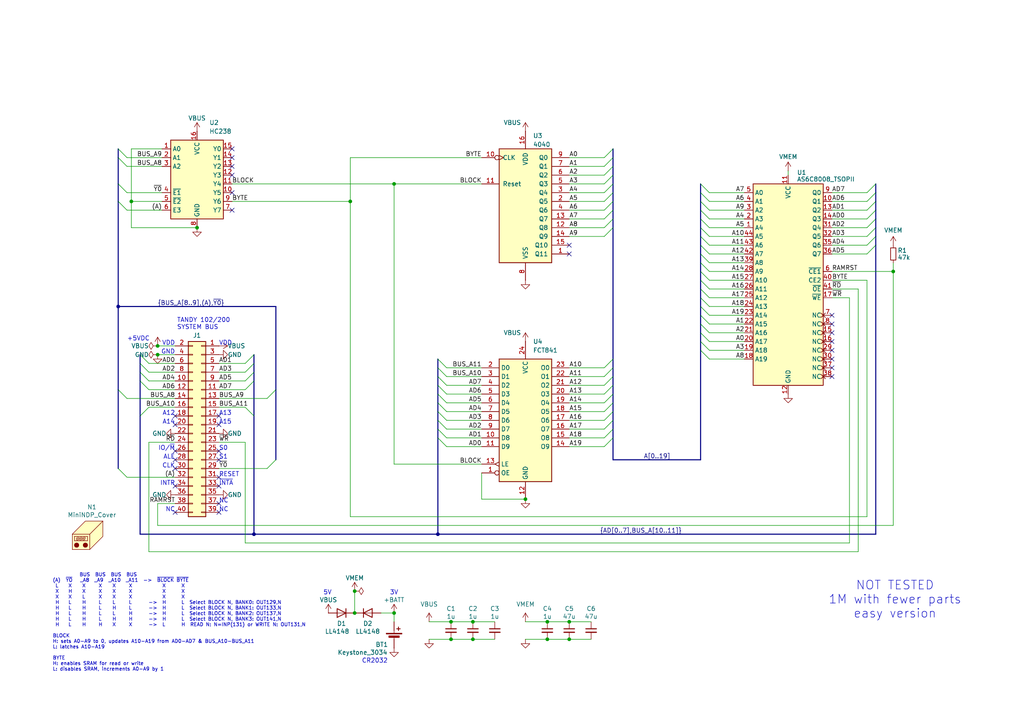
<source format=kicad_sch>
(kicad_sch (version 20231120) (generator "eeschema") (generator_version "8.0")
  (paper "A4")
  (title_block (title "MiniNDP EZ1M") (date "2024-12-13") (rev "01") (company "Brian K. White - b.kenyon.w@gmail.com") (comment 1 "github.com/bkw777/NODE_DATAPAC") (comment 2 "Use with RAM100.CO or RAM200.CO") (comment 3 "Work-alike of NODE Systems DATAPAC / RAMPAC"))
  (lib_symbols
    (symbol "000_LOCAL:4040" (pin_names (offset 1.016))
      (property "Reference" "U" (at -7.62 16.51 0))
      (property "Value" "4040" (at -7.62 -19.05 0))
      (symbol "4040_1_0"
        (pin output line (at 12.7 -15.24 180) (length 5.08) (name "Q11") (number "1"))
        (pin input inverted_clock (at -12.7 12.7 0) (length 5.08) (name "CLK") (number "10"))
        (pin input line (at -12.7 5.08 0) (length 5.08) (name "Reset") (number "11"))
        (pin output line (at 12.7 -7.62 180) (length 5.08) (name "Q8") (number "12"))
        (pin output line (at 12.7 -5.08 180) (length 5.08) (name "Q7") (number "13"))
        (pin output line (at 12.7 -10.16 180) (length 5.08) (name "Q9") (number "14"))
        (pin output line (at 12.7 -12.7 180) (length 5.08) (name "Q10") (number "15"))
        (pin power_in line (at 0 20.32 270) (length 5.08) (name "VDD") (number "16"))
        (pin output line (at 12.7 0 180) (length 5.08) (name "Q5") (number "2"))
        (pin output line (at 12.7 2.54 180) (length 5.08) (name "Q4") (number "3"))
        (pin output line (at 12.7 -2.54 180) (length 5.08) (name "Q6") (number "4"))
        (pin output line (at 12.7 5.08 180) (length 5.08) (name "Q3") (number "5"))
        (pin output line (at 12.7 7.62 180) (length 5.08) (name "Q2") (number "6"))
        (pin output line (at 12.7 10.16 180) (length 5.08) (name "Q1") (number "7"))
        (pin power_in line (at 0 -22.86 90) (length 5.08) (name "VSS") (number "8"))
        (pin output line (at 12.7 12.7 180) (length 5.08) (name "Q0") (number "9"))
      )
    )
    (symbol "000_LOCAL:AS6C8008_TSOPII"
      (property "Reference" "U" (at -10.16 23.495 0))
      (property "Value" "AS6C8008_TSOPII" (at 2.54 23.495 0))
      (symbol "AS6C8008_TSOPII_1_0"
        (pin power_in line (at 0 25.4 270) (length 2.54) (name "VCC") (number "11"))
        (pin power_in line (at 0 -38.1 90) (length 2.54) (name "GND") (number "12"))
        (pin passive line (at 0 25.4 270) (length 2.54) hide (name "VCC") (number "33"))
        (pin passive line (at 0 -38.1 90) (length 2.54) hide (name "GND") (number "34"))
      )
      (symbol "AS6C8008_TSOPII_1_1"
        (pin input line (at -12.7 10.16 0) (length 2.54) (name "A4") (number "1"))
        (pin tri_state line (at 12.7 17.78 180) (length 2.54) (name "Q1") (number "10"))
        (pin tri_state line (at 12.7 15.24 180) (length 2.54) (name "Q2") (number "13"))
        (pin tri_state line (at 12.7 12.7 180) (length 2.54) (name "Q3") (number "14"))
        (pin passive non_logic (at 12.7 -20.32 180) (length 2.54) (name "NC") (number "15"))
        (pin passive non_logic (at 12.7 -22.86 180) (length 2.54) (name "NC") (number "16"))
        (pin input line (at 12.7 -10.16 180) (length 2.54) (name "~{WE}") (number "17"))
        (pin input line (at -12.7 -27.94 0) (length 2.54) (name "A19") (number "18"))
        (pin input line (at -12.7 -25.4 0) (length 2.54) (name "A18") (number "19"))
        (pin input line (at -12.7 12.7 0) (length 2.54) (name "A3") (number "2"))
        (pin input line (at -12.7 -22.86 0) (length 2.54) (name "A17") (number "20"))
        (pin input line (at -12.7 -20.32 0) (length 2.54) (name "A16") (number "21"))
        (pin input line (at -12.7 -17.78 0) (length 2.54) (name "A15") (number "22"))
        (pin input line (at -12.7 -15.24 0) (length 2.54) (name "A14") (number "23"))
        (pin input line (at -12.7 -12.7 0) (length 2.54) (name "A13") (number "24"))
        (pin input line (at -12.7 -10.16 0) (length 2.54) (name "A12") (number "25"))
        (pin input line (at -12.7 -7.62 0) (length 2.54) (name "A11") (number "26"))
        (pin input line (at -12.7 -5.08 0) (length 2.54) (name "A10") (number "27"))
        (pin input line (at -12.7 -2.54 0) (length 2.54) (name "A9") (number "28"))
        (pin passive non_logic (at 12.7 -25.4 180) (length 2.54) (name "NC") (number "29"))
        (pin input line (at -12.7 15.24 0) (length 2.54) (name "A2") (number "3"))
        (pin passive non_logic (at 12.7 -27.94 180) (length 2.54) (name "NC") (number "30"))
        (pin tri_state line (at 12.7 10.16 180) (length 2.54) (name "Q4") (number "31"))
        (pin tri_state line (at 12.7 7.62 180) (length 2.54) (name "Q5") (number "32"))
        (pin tri_state line (at 12.7 5.08 180) (length 2.54) (name "Q6") (number "35"))
        (pin tri_state line (at 12.7 2.54 180) (length 2.54) (name "Q7") (number "36"))
        (pin passive non_logic (at 12.7 -30.48 180) (length 2.54) (name "NC") (number "37"))
        (pin passive non_logic (at 12.7 -33.02 180) (length 2.54) (name "NC") (number "38"))
        (pin input line (at -12.7 0 0) (length 2.54) (name "A8") (number "39"))
        (pin input line (at -12.7 17.78 0) (length 2.54) (name "A1") (number "4"))
        (pin input line (at 12.7 -5.08 180) (length 2.54) (name "CE2") (number "40"))
        (pin input line (at 12.7 -7.62 180) (length 2.54) (name "~{OE}") (number "41"))
        (pin input line (at -12.7 2.54 0) (length 2.54) (name "A7") (number "42"))
        (pin input line (at -12.7 5.08 0) (length 2.54) (name "A6") (number "43"))
        (pin input line (at -12.7 7.62 0) (length 2.54) (name "A5") (number "44"))
        (pin input line (at -12.7 20.32 0) (length 2.54) (name "A0") (number "5"))
        (pin input line (at 12.7 -2.54 180) (length 2.54) (name "~{CE1}") (number "6"))
        (pin passive non_logic (at 12.7 -15.24 180) (length 2.54) (name "NC") (number "7"))
        (pin passive non_logic (at 12.7 -17.78 180) (length 2.54) (name "NC") (number "8"))
        (pin tri_state line (at 12.7 20.32 180) (length 2.54) (name "Q0") (number "9"))
      )
    )
    (symbol "000_LOCAL:Battery_Cell" (pin_numbers hide) (pin_names (offset 0) hide)
      (property "Reference" "BT" (at 2.54 2.54 0))
      (property "Value" "Battery_Cell" (at 2.54 0 0))
      (symbol "Battery_Cell_1_1"
        (pin passive line (at 0 5.08 270) (length 2.54) (name "+") (number "1"))
        (pin passive line (at 0 -2.54 90) (length 2.54) (name "-") (number "2"))
      )
    )
    (symbol "000_LOCAL:C" (pin_numbers hide) (pin_names (offset 0.254) hide)
      (property "Reference" "C" (at 0.254 1.778 0))
      (property "Value" "C" (at 0.254 -2.032 0))
      (symbol "C_1_1"
        (pin passive line (at 0 2.54 270) (length 2.032) (name "~") (number "1"))
        (pin passive line (at 0 -2.54 90) (length 2.032) (name "~") (number "2"))
      )
    )
    (symbol "000_LOCAL:Conn_02x20_Odd_Even" (pin_names (offset 1.016) hide)
      (property "Reference" "J" (at 1.27 25.4 0))
      (property "Value" "Conn_02x20_Odd_Even" (at 1.27 -27.94 0))
      (symbol "Conn_02x20_Odd_Even_1_1"
        (pin passive line (at -5.08 22.86 0) (length 3.81) (name "Pin_1") (number "1"))
        (pin passive line (at 7.62 12.7 180) (length 3.81) (name "Pin_10") (number "10"))
        (pin passive line (at -5.08 10.16 0) (length 3.81) (name "Pin_11") (number "11"))
        (pin passive line (at 7.62 10.16 180) (length 3.81) (name "Pin_12") (number "12"))
        (pin passive line (at -5.08 7.62 0) (length 3.81) (name "Pin_13") (number "13"))
        (pin passive line (at 7.62 7.62 180) (length 3.81) (name "Pin_14") (number "14"))
        (pin passive line (at -5.08 5.08 0) (length 3.81) (name "Pin_15") (number "15"))
        (pin passive line (at 7.62 5.08 180) (length 3.81) (name "Pin_16") (number "16"))
        (pin passive line (at -5.08 2.54 0) (length 3.81) (name "Pin_17") (number "17"))
        (pin passive line (at 7.62 2.54 180) (length 3.81) (name "Pin_18") (number "18"))
        (pin passive line (at -5.08 0 0) (length 3.81) (name "Pin_19") (number "19"))
        (pin passive line (at 7.62 22.86 180) (length 3.81) (name "Pin_2") (number "2"))
        (pin passive line (at 7.62 0 180) (length 3.81) (name "Pin_20") (number "20"))
        (pin passive line (at -5.08 -2.54 0) (length 3.81) (name "Pin_21") (number "21"))
        (pin passive line (at 7.62 -2.54 180) (length 3.81) (name "Pin_22") (number "22"))
        (pin passive line (at -5.08 -5.08 0) (length 3.81) (name "Pin_23") (number "23"))
        (pin passive line (at 7.62 -5.08 180) (length 3.81) (name "Pin_24") (number "24"))
        (pin passive line (at -5.08 -7.62 0) (length 3.81) (name "Pin_25") (number "25"))
        (pin passive line (at 7.62 -7.62 180) (length 3.81) (name "Pin_26") (number "26"))
        (pin passive line (at -5.08 -10.16 0) (length 3.81) (name "Pin_27") (number "27"))
        (pin passive line (at 7.62 -10.16 180) (length 3.81) (name "Pin_28") (number "28"))
        (pin passive line (at -5.08 -12.7 0) (length 3.81) (name "Pin_29") (number "29"))
        (pin passive line (at -5.08 20.32 0) (length 3.81) (name "Pin_3") (number "3"))
        (pin passive line (at 7.62 -12.7 180) (length 3.81) (name "Pin_30") (number "30"))
        (pin passive line (at -5.08 -15.24 0) (length 3.81) (name "Pin_31") (number "31"))
        (pin passive line (at 7.62 -15.24 180) (length 3.81) (name "Pin_32") (number "32"))
        (pin passive line (at -5.08 -17.78 0) (length 3.81) (name "Pin_33") (number "33"))
        (pin passive line (at 7.62 -17.78 180) (length 3.81) (name "Pin_34") (number "34"))
        (pin passive line (at -5.08 -20.32 0) (length 3.81) (name "Pin_35") (number "35"))
        (pin passive line (at 7.62 -20.32 180) (length 3.81) (name "Pin_36") (number "36"))
        (pin passive line (at -5.08 -22.86 0) (length 3.81) (name "Pin_37") (number "37"))
        (pin passive line (at 7.62 -22.86 180) (length 3.81) (name "Pin_38") (number "38"))
        (pin passive line (at -5.08 -25.4 0) (length 3.81) (name "Pin_39") (number "39"))
        (pin passive line (at 7.62 20.32 180) (length 3.81) (name "Pin_4") (number "4"))
        (pin passive line (at 7.62 -25.4 180) (length 3.81) (name "Pin_40") (number "40"))
        (pin passive line (at -5.08 17.78 0) (length 3.81) (name "Pin_5") (number "5"))
        (pin passive line (at 7.62 17.78 180) (length 3.81) (name "Pin_6") (number "6"))
        (pin passive line (at -5.08 15.24 0) (length 3.81) (name "Pin_7") (number "7"))
        (pin passive line (at 7.62 15.24 180) (length 3.81) (name "Pin_8") (number "8"))
        (pin passive line (at -5.08 12.7 0) (length 3.81) (name "Pin_9") (number "9"))
      )
    )
    (symbol "000_LOCAL:FCT841"
      (property "Reference" "U" (at -6.604 17.526 0))
      (property "Value" "FCT841" (at 5.334 17.526 0))
      (symbol "FCT841_1_0"
        (pin input inverted (at -12.7 -17.78 0) (length 5.08) (name "OE") (number "1"))
        (pin input line (at -12.7 -7.62 0) (length 5.08) (name "D8") (number "10"))
        (pin input line (at -12.7 -10.16 0) (length 5.08) (name "D9") (number "11"))
        (pin power_in line (at 0 -25.4 90) (length 5.08) (name "GND") (number "12"))
        (pin input edge_clock_high (at -12.7 -15.24 0) (length 5.08) (name "LE") (number "13"))
        (pin tri_state line (at 12.7 -10.16 180) (length 5.08) (name "O9") (number "14"))
        (pin tri_state line (at 12.7 -7.62 180) (length 5.08) (name "O8") (number "15"))
        (pin tri_state line (at 12.7 -5.08 180) (length 5.08) (name "O7") (number "16"))
        (pin tri_state line (at 12.7 -2.54 180) (length 5.08) (name "O6") (number "17"))
        (pin tri_state line (at 12.7 0 180) (length 5.08) (name "O5") (number "18"))
        (pin tri_state line (at 12.7 2.54 180) (length 5.08) (name "O4") (number "19"))
        (pin input line (at -12.7 12.7 0) (length 5.08) (name "D0") (number "2"))
        (pin tri_state line (at 12.7 5.08 180) (length 5.08) (name "O3") (number "20"))
        (pin tri_state line (at 12.7 7.62 180) (length 5.08) (name "O2") (number "21"))
        (pin tri_state line (at 12.7 10.16 180) (length 5.08) (name "O1") (number "22"))
        (pin tri_state line (at 12.7 12.7 180) (length 5.08) (name "O0") (number "23"))
        (pin power_in line (at 0 20.32 270) (length 5.08) (name "VCC") (number "24"))
        (pin input line (at -12.7 10.16 0) (length 5.08) (name "D1") (number "3"))
        (pin input line (at -12.7 7.62 0) (length 5.08) (name "D2") (number "4"))
        (pin input line (at -12.7 5.08 0) (length 5.08) (name "D3") (number "5"))
        (pin input line (at -12.7 2.54 0) (length 5.08) (name "D4") (number "6"))
        (pin input line (at -12.7 0 0) (length 5.08) (name "D5") (number "7"))
        (pin input line (at -12.7 -2.54 0) (length 5.08) (name "D6") (number "8"))
        (pin input line (at -12.7 -5.08 0) (length 5.08) (name "D7") (number "9"))
      )
    )
    (symbol "000_LOCAL:HC238"
      (property "Reference" "U" (at -7.62 13.97 0))
      (property "Value" "HC238" (at 2.54 -11.43 0))
      (symbol "HC238_1_1"
        (pin input line (at -10.16 10.16 0) (length 2.54) (name "A0") (number "1"))
        (pin output line (at 10.16 -2.54 180) (length 2.54) (name "Y5") (number "10"))
        (pin output line (at 10.16 0 180) (length 2.54) (name "Y4") (number "11"))
        (pin output line (at 10.16 2.54 180) (length 2.54) (name "Y3") (number "12"))
        (pin output line (at 10.16 5.08 180) (length 2.54) (name "Y2") (number "13"))
        (pin output line (at 10.16 7.62 180) (length 2.54) (name "Y1") (number "14"))
        (pin output line (at 10.16 10.16 180) (length 2.54) (name "Y0") (number "15"))
        (pin power_in line (at 0 15.24 270) (length 2.54) (name "VCC") (number "16"))
        (pin input line (at -10.16 7.62 0) (length 2.54) (name "A1") (number "2"))
        (pin input line (at -10.16 5.08 0) (length 2.54) (name "A2") (number "3"))
        (pin input line (at -10.16 -2.54 0) (length 2.54) (name "~{E1}") (number "4"))
        (pin input line (at -10.16 -5.08 0) (length 2.54) (name "~{E2}") (number "5"))
        (pin input line (at -10.16 -7.62 0) (length 2.54) (name "E3") (number "6"))
        (pin output line (at 10.16 -7.62 180) (length 2.54) (name "Y7") (number "7"))
        (pin power_in line (at 0 -12.7 90) (length 2.54) (name "GND") (number "8"))
        (pin output line (at 10.16 -5.08 180) (length 2.54) (name "Y6") (number "9"))
      )
    )
    (symbol "000_LOCAL:Housing" (pin_names (offset 1.016)) (exclude_from_sim yes)
      (property "Reference" "N" (at 3.81 0 0))
      (property "Value" "Housing" (at 3.81 -1.905 0))
    )
    (symbol "000_LOCAL:LL4148" (pin_numbers hide) (pin_names hide)
      (property "Reference" "D" (at 0 2.54 0))
      (property "Value" "LL4148" (at 0 -2.54 0))
      (symbol "LL4148_1_1"
        (pin passive line (at -3.81 0 0) (length 2.54) (name "K") (number "1"))
        (pin passive line (at 3.81 0 180) (length 2.54) (name "A") (number "2"))
      )
    )
    (symbol "000_LOCAL:R" (pin_numbers hide) (pin_names (offset 0.254) hide)
      (property "Reference" "R" (at 0.762 0.508 0))
      (property "Value" "R_Small" (at 0.762 -1.016 0))
      (symbol "R_1_1"
        (pin passive line (at 0 2.54 270) (length 0.762) (name "~") (number "1"))
        (pin passive line (at 0 -2.54 90) (length 0.762) (name "~") (number "2"))
      )
    )
    (symbol "power:+BATT" (power) (pin_numbers hide) (pin_names (offset 0) hide)
      (property "Value" "+BATT" (at 0 3.556 0))
      (symbol "+BATT_1_1"
        (pin power_in line (at 0 0 90) (length 0) (name "~") (number "1"))
      )
    )
    (symbol "power:GND" (power) (pin_numbers hide) (pin_names (offset 0) hide)
      (property "Value" "GND" (at 0 -3.81 0))
      (symbol "GND_1_1"
        (pin power_in line (at 0 0 270) (length 0) (name "~") (number "1"))
      )
    )
    (symbol "power:PWR_FLAG" (power) (pin_numbers hide) (pin_names (offset 0) hide)
      (property "Value" "PWR_FLAG" (at 0 3.81 0))
      (symbol "PWR_FLAG_0_0"
        (pin power_out line (at 0 0 90) (length 0) (name "~") (number "1"))
      )
    )
    (symbol "power:VBUS" (power) (pin_numbers hide) (pin_names (offset 0) hide)
      (property "Value" "VBUS" (at 0 3.556 0))
      (symbol "VBUS_1_1"
        (pin power_in line (at 0 0 90) (length 0) (name "~") (number "1"))
      )
    )
    (symbol "power:VMEM" (power) (pin_numbers hide) (pin_names (offset 0) hide)
      (property "Value" "VMEM" (at 0 3.556 0))
      (symbol "VMEM_1_1"
        (pin power_in line (at 0 0 90) (length 0) (name "~") (number "1"))
      )
    )
  )
  (junction (at 130.81 180.34))
  (junction (at 38.1 58.42))
  (junction (at 45.72 100.33))
  (junction (at 114.3 53.34))
  (junction (at 101.6 58.42))
  (junction (at 45.72 102.87))
  (junction (at 73.66 154.94))
  (junction (at 152.4 144.78))
  (junction (at 137.16 180.34))
  (junction (at 165.1 180.34))
  (junction (at 102.87 171.45))
  (junction (at 158.75 185.42))
  (junction (at 130.81 185.42))
  (junction (at 57.15 66.04))
  (junction (at 114.3 177.8))
  (junction (at 259.08 78.74))
  (junction (at 102.87 177.8))
  (junction (at 34.29 88.9))
  (junction (at 158.75 180.34))
  (junction (at 137.16 185.42))
  (junction (at 165.1 185.42))
  (junction (at 127 154.94))
  (no_connect (at 63.5 138.43))
  (no_connect (at 67.31 50.8))
  (no_connect (at 63.5 123.19))
  (no_connect (at 241.3 91.44))
  (no_connect (at 241.3 109.22))
  (no_connect (at 50.8 148.59))
  (no_connect (at 63.5 130.81))
  (no_connect (at 241.3 101.6))
  (no_connect (at 63.5 148.59))
  (no_connect (at 67.31 60.96))
  (no_connect (at 241.3 106.68))
  (no_connect (at 241.3 104.14))
  (no_connect (at 50.8 130.81))
  (no_connect (at 165.1 73.66))
  (no_connect (at 50.8 120.65))
  (no_connect (at 67.31 55.88))
  (no_connect (at 50.8 123.19))
  (no_connect (at 67.31 43.18))
  (no_connect (at 50.8 140.97))
  (no_connect (at 67.31 45.72))
  (no_connect (at 241.3 93.98))
  (no_connect (at 165.1 71.12))
  (no_connect (at 50.8 133.35))
  (no_connect (at 50.8 135.89))
  (no_connect (at 63.5 146.05))
  (no_connect (at 241.3 99.06))
  (no_connect (at 63.5 120.65))
  (no_connect (at 63.5 133.35))
  (no_connect (at 63.5 140.97))
  (no_connect (at 67.31 48.26))
  (no_connect (at 241.3 96.52))
  (bus_entry (at 175.26 68.58) (size 2.54 -2.54))
  (bus_entry (at 251.46 58.42) (size 2.54 -2.54))
  (bus_entry (at 43.18 110.49) (size -2.54 -2.54))
  (bus_entry (at 127 124.46) (size 2.54 2.54))
  (bus_entry (at 175.26 45.72) (size 2.54 -2.54))
  (bus_entry (at 205.74 66.04) (size -2.54 -2.54))
  (bus_entry (at 175.26 129.54) (size 2.54 -2.54))
  (bus_entry (at 40.64 120.65) (size 2.54 -2.54))
  (bus_entry (at 175.26 116.84) (size 2.54 -2.54))
  (bus_entry (at 127 127) (size 2.54 2.54))
  (bus_entry (at 205.74 68.58) (size -2.54 -2.54))
  (bus_entry (at 205.74 78.74) (size -2.54 -2.54))
  (bus_entry (at 175.26 119.38) (size 2.54 -2.54))
  (bus_entry (at 127 119.38) (size 2.54 2.54))
  (bus_entry (at 34.29 53.34) (size 2.54 2.54))
  (bus_entry (at 43.18 113.03) (size -2.54 -2.54))
  (bus_entry (at 205.74 91.44) (size -2.54 -2.54))
  (bus_entry (at 43.18 105.41) (size -2.54 -2.54))
  (bus_entry (at 34.29 43.18) (size 2.54 2.54))
  (bus_entry (at 205.74 73.66) (size -2.54 -2.54))
  (bus_entry (at 205.74 71.12) (size -2.54 -2.54))
  (bus_entry (at 205.74 63.5) (size -2.54 -2.54))
  (bus_entry (at 175.26 53.34) (size 2.54 -2.54))
  (bus_entry (at 205.74 76.2) (size -2.54 -2.54))
  (bus_entry (at 205.74 83.82) (size -2.54 -2.54))
  (bus_entry (at 71.12 105.41) (size 2.54 -2.54))
  (bus_entry (at 80.01 133.35) (size -2.54 2.54))
  (bus_entry (at 175.26 111.76) (size 2.54 -2.54))
  (bus_entry (at 205.74 99.06) (size -2.54 -2.54))
  (bus_entry (at 251.46 66.04) (size 2.54 -2.54))
  (bus_entry (at 175.26 121.92) (size 2.54 -2.54))
  (bus_entry (at 205.74 58.42) (size -2.54 -2.54))
  (bus_entry (at 80.01 113.03) (size -2.54 2.54))
  (bus_entry (at 251.46 68.58) (size 2.54 -2.54))
  (bus_entry (at 127 121.92) (size 2.54 2.54))
  (bus_entry (at 205.74 96.52) (size -2.54 -2.54))
  (bus_entry (at 34.29 45.72) (size 2.54 2.54))
  (bus_entry (at 175.26 50.8) (size 2.54 -2.54))
  (bus_entry (at 34.29 58.42) (size 2.54 2.54))
  (bus_entry (at 205.74 81.28) (size -2.54 -2.54))
  (bus_entry (at 251.46 73.66) (size 2.54 -2.54))
  (bus_entry (at 251.46 71.12) (size 2.54 -2.54))
  (bus_entry (at 43.18 107.95) (size -2.54 -2.54))
  (bus_entry (at 71.12 113.03) (size 2.54 -2.54))
  (bus_entry (at 175.26 60.96) (size 2.54 -2.54))
  (bus_entry (at 175.26 66.04) (size 2.54 -2.54))
  (bus_entry (at 127 106.68) (size 2.54 2.54))
  (bus_entry (at 175.26 109.22) (size 2.54 -2.54))
  (bus_entry (at 205.74 86.36) (size -2.54 -2.54))
  (bus_entry (at 251.46 60.96) (size 2.54 -2.54))
  (bus_entry (at 127 116.84) (size 2.54 2.54))
  (bus_entry (at 175.26 63.5) (size 2.54 -2.54))
  (bus_entry (at 251.46 55.88) (size 2.54 -2.54))
  (bus_entry (at 205.74 93.98) (size -2.54 -2.54))
  (bus_entry (at 205.74 104.14) (size -2.54 -2.54))
  (bus_entry (at 175.26 106.68) (size 2.54 -2.54))
  (bus_entry (at 205.74 88.9) (size -2.54 -2.54))
  (bus_entry (at 175.26 58.42) (size 2.54 -2.54))
  (bus_entry (at 175.26 48.26) (size 2.54 -2.54))
  (bus_entry (at 251.46 63.5) (size 2.54 -2.54))
  (bus_entry (at 34.29 113.03) (size 2.54 2.54))
  (bus_entry (at 127 114.3) (size 2.54 2.54))
  (bus_entry (at 205.74 101.6) (size -2.54 -2.54))
  (bus_entry (at 127 104.14) (size 2.54 2.54))
  (bus_entry (at 73.66 120.65) (size -2.54 -2.54))
  (bus_entry (at 175.26 114.3) (size 2.54 -2.54))
  (bus_entry (at 205.74 55.88) (size -2.54 -2.54))
  (bus_entry (at 71.12 107.95) (size 2.54 -2.54))
  (bus_entry (at 175.26 127) (size 2.54 -2.54))
  (bus_entry (at 127 109.22) (size 2.54 2.54))
  (bus_entry (at 127 111.76) (size 2.54 2.54))
  (bus_entry (at 205.74 60.96) (size -2.54 -2.54))
  (bus_entry (at 175.26 124.46) (size 2.54 -2.54))
  (bus_entry (at 36.83 138.43) (size -2.54 -2.54))
  (bus_entry (at 175.26 55.88) (size 2.54 -2.54))
  (bus_entry (at 71.12 110.49) (size 2.54 -2.54))
  (wire (pts (xy 251.46 81.28) (xy 251.46 149.86)))
  (bus (pts (xy 127 119.38) (xy 127 121.92)))
  (wire (pts (xy 129.54 106.68) (xy 139.7 106.68)))
  (bus (pts (xy 203.2 88.9) (xy 203.2 91.44)))
  (wire (pts (xy 101.6 149.86) (xy 251.46 149.86)))
  (wire (pts (xy 101.6 45.72) (xy 101.6 58.42)))
  (wire (pts (xy 101.6 45.72) (xy 139.7 45.72)))
  (wire (pts (xy 45.72 146.05) (xy 45.72 152.4)))
  (wire (pts (xy 205.74 76.2) (xy 215.9 76.2)))
  (wire (pts (xy 241.3 73.66) (xy 251.46 73.66)))
  (wire (pts (xy 165.1 66.04) (xy 175.26 66.04)))
  (bus (pts (xy 203.2 99.06) (xy 203.2 96.52)))
  (wire (pts (xy 114.3 134.62) (xy 139.7 134.62)))
  (wire (pts (xy 129.54 121.92) (xy 139.7 121.92)))
  (wire (pts (xy 139.7 137.16) (xy 139.7 144.78)))
  (wire (pts (xy 205.74 60.96) (xy 215.9 60.96)))
  (wire (pts (xy 165.1 114.3) (xy 175.26 114.3)))
  (bus (pts (xy 203.2 73.66) (xy 203.2 76.2)))
  (bus (pts (xy 203.2 133.35) (xy 203.2 101.6)))
  (wire (pts (xy 36.83 55.88) (xy 46.99 55.88)))
  (wire (pts (xy 43.18 113.03) (xy 50.8 113.03)))
  (bus (pts (xy 80.01 88.9) (xy 80.01 113.03)))
  (wire (pts (xy 259.08 76.2) (xy 259.08 78.74)))
  (wire (pts (xy 36.83 115.57) (xy 50.8 115.57)))
  (bus (pts (xy 203.2 55.88) (xy 203.2 58.42)))
  (wire (pts (xy 114.3 53.34) (xy 114.3 134.62)))
  (wire (pts (xy 165.1 185.42) (xy 171.45 185.42)))
  (bus (pts (xy 177.8 121.92) (xy 177.8 124.46)))
  (bus (pts (xy 40.64 105.41) (xy 40.64 107.95)))
  (wire (pts (xy 114.3 180.34) (xy 114.3 177.8)))
  (bus (pts (xy 177.8 43.18) (xy 177.8 45.72)))
  (wire (pts (xy 205.74 81.28) (xy 215.9 81.28)))
  (wire (pts (xy 38.1 58.42) (xy 38.1 66.04)))
  (wire (pts (xy 67.31 58.42) (xy 101.6 58.42)))
  (wire (pts (xy 38.1 43.18) (xy 38.1 58.42)))
  (wire (pts (xy 43.18 105.41) (xy 50.8 105.41)))
  (wire (pts (xy 129.54 129.54) (xy 139.7 129.54)))
  (bus (pts (xy 177.8 133.35) (xy 203.2 133.35)))
  (wire (pts (xy 63.5 115.57) (xy 77.47 115.57)))
  (bus (pts (xy 177.8 50.8) (xy 177.8 53.34)))
  (bus (pts (xy 254 63.5) (xy 254 66.04)))
  (wire (pts (xy 241.3 68.58) (xy 251.46 68.58)))
  (bus (pts (xy 177.8 114.3) (xy 177.8 116.84)))
  (wire (pts (xy 114.3 177.8) (xy 110.49 177.8)))
  (wire (pts (xy 165.1 127) (xy 175.26 127)))
  (wire (pts (xy 205.74 71.12) (xy 215.9 71.12)))
  (bus (pts (xy 203.2 53.34) (xy 203.2 55.88)))
  (wire (pts (xy 165.1 106.68) (xy 175.26 106.68)))
  (bus (pts (xy 73.66 120.65) (xy 73.66 154.94)))
  (bus (pts (xy 73.66 154.94) (xy 127 154.94)))
  (wire (pts (xy 205.74 58.42) (xy 215.9 58.42)))
  (wire (pts (xy 152.4 185.42) (xy 158.75 185.42)))
  (wire (pts (xy 165.1 124.46) (xy 175.26 124.46)))
  (bus (pts (xy 203.2 71.12) (xy 203.2 73.66)))
  (wire (pts (xy 165.1 116.84) (xy 175.26 116.84)))
  (wire (pts (xy 205.74 83.82) (xy 215.9 83.82)))
  (wire (pts (xy 137.16 185.42) (xy 143.51 185.42)))
  (bus (pts (xy 203.2 68.58) (xy 203.2 71.12)))
  (wire (pts (xy 205.74 93.98) (xy 215.9 93.98)))
  (wire (pts (xy 45.72 100.33) (xy 50.8 100.33)))
  (wire (pts (xy 246.38 86.36) (xy 246.38 157.48)))
  (wire (pts (xy 71.12 128.27) (xy 71.12 157.48)))
  (bus (pts (xy 40.64 120.65) (xy 40.64 154.94)))
  (wire (pts (xy 205.74 63.5) (xy 215.9 63.5)))
  (bus (pts (xy 203.2 63.5) (xy 203.2 66.04)))
  (wire (pts (xy 129.54 119.38) (xy 139.7 119.38)))
  (bus (pts (xy 254 66.04) (xy 254 68.58)))
  (wire (pts (xy 241.3 63.5) (xy 251.46 63.5)))
  (bus (pts (xy 203.2 76.2) (xy 203.2 78.74)))
  (wire (pts (xy 63.5 105.41) (xy 71.12 105.41)))
  (wire (pts (xy 165.1 68.58) (xy 175.26 68.58)))
  (wire (pts (xy 43.18 110.49) (xy 50.8 110.49)))
  (bus (pts (xy 34.29 113.03) (xy 34.29 135.89)))
  (wire (pts (xy 165.1 180.34) (xy 171.45 180.34)))
  (bus (pts (xy 177.8 111.76) (xy 177.8 114.3)))
  (bus (pts (xy 254 58.42) (xy 254 60.96)))
  (bus (pts (xy 177.8 106.68) (xy 177.8 109.22)))
  (bus (pts (xy 177.8 116.84) (xy 177.8 119.38)))
  (wire (pts (xy 165.1 119.38) (xy 175.26 119.38)))
  (wire (pts (xy 205.74 91.44) (xy 215.9 91.44)))
  (bus (pts (xy 127 116.84) (xy 127 119.38)))
  (wire (pts (xy 259.08 78.74) (xy 259.08 152.4)))
  (wire (pts (xy 165.1 58.42) (xy 175.26 58.42)))
  (wire (pts (xy 165.1 45.72) (xy 175.26 45.72)))
  (bus (pts (xy 177.8 109.22) (xy 177.8 111.76)))
  (bus (pts (xy 80.01 113.03) (xy 80.01 133.35)))
  (wire (pts (xy 165.1 129.54) (xy 175.26 129.54)))
  (bus (pts (xy 127 154.94) (xy 254 154.94)))
  (wire (pts (xy 241.3 86.36) (xy 246.38 86.36)))
  (wire (pts (xy 130.81 180.34) (xy 137.16 180.34)))
  (wire (pts (xy 129.54 109.22) (xy 139.7 109.22)))
  (bus (pts (xy 40.64 110.49) (xy 40.64 120.65)))
  (bus (pts (xy 177.8 60.96) (xy 177.8 63.5)))
  (bus (pts (xy 177.8 58.42) (xy 177.8 60.96)))
  (wire (pts (xy 137.16 180.34) (xy 143.51 180.34)))
  (wire (pts (xy 63.5 128.27) (xy 71.12 128.27)))
  (bus (pts (xy 177.8 127) (xy 177.8 133.35)))
  (bus (pts (xy 177.8 55.88) (xy 177.8 58.42)))
  (wire (pts (xy 129.54 127) (xy 139.7 127)))
  (wire (pts (xy 205.74 55.88) (xy 215.9 55.88)))
  (wire (pts (xy 165.1 109.22) (xy 175.26 109.22)))
  (wire (pts (xy 45.72 102.87) (xy 50.8 102.87)))
  (bus (pts (xy 177.8 53.34) (xy 177.8 55.88)))
  (bus (pts (xy 127 104.14) (xy 127 106.68)))
  (bus (pts (xy 177.8 63.5) (xy 177.8 66.04)))
  (bus (pts (xy 254 55.88) (xy 254 58.42)))
  (wire (pts (xy 67.31 53.34) (xy 114.3 53.34)))
  (bus (pts (xy 34.29 45.72) (xy 34.29 53.34)))
  (bus (pts (xy 127 127) (xy 127 154.94)))
  (bus (pts (xy 254 68.58) (xy 254 71.12)))
  (bus (pts (xy 203.2 66.04) (xy 203.2 68.58)))
  (bus (pts (xy 73.66 105.41) (xy 73.66 107.95)))
  (bus (pts (xy 203.2 58.42) (xy 203.2 60.96)))
  (bus (pts (xy 254 53.34) (xy 254 55.88)))
  (bus (pts (xy 203.2 78.74) (xy 203.2 81.28)))
  (bus (pts (xy 73.66 107.95) (xy 73.66 110.49)))
  (wire (pts (xy 241.3 66.04) (xy 251.46 66.04)))
  (wire (pts (xy 165.1 50.8) (xy 175.26 50.8)))
  (bus (pts (xy 203.2 91.44) (xy 203.2 93.98)))
  (wire (pts (xy 130.81 185.42) (xy 137.16 185.42)))
  (wire (pts (xy 129.54 114.3) (xy 139.7 114.3)))
  (wire (pts (xy 205.74 78.74) (xy 215.9 78.74)))
  (bus (pts (xy 203.2 83.82) (xy 203.2 86.36)))
  (bus (pts (xy 127 111.76) (xy 127 114.3)))
  (wire (pts (xy 228.6 49.53) (xy 228.6 50.8)))
  (wire (pts (xy 101.6 58.42) (xy 101.6 149.86)))
  (bus (pts (xy 40.64 107.95) (xy 40.64 110.49)))
  (wire (pts (xy 165.1 55.88) (xy 175.26 55.88)))
  (bus (pts (xy 254 71.12) (xy 254 154.94)))
  (wire (pts (xy 38.1 66.04) (xy 57.15 66.04)))
  (wire (pts (xy 63.5 107.95) (xy 71.12 107.95)))
  (bus (pts (xy 177.8 124.46) (xy 177.8 127)))
  (wire (pts (xy 241.3 55.88) (xy 251.46 55.88)))
  (wire (pts (xy 165.1 53.34) (xy 175.26 53.34)))
  (wire (pts (xy 165.1 121.92) (xy 175.26 121.92)))
  (wire (pts (xy 205.74 66.04) (xy 215.9 66.04)))
  (wire (pts (xy 124.46 185.42) (xy 130.81 185.42)))
  (wire (pts (xy 205.74 73.66) (xy 215.9 73.66)))
  (bus (pts (xy 34.29 43.18) (xy 34.29 45.72)))
  (bus (pts (xy 254 60.96) (xy 254 63.5)))
  (wire (pts (xy 241.3 71.12) (xy 251.46 71.12)))
  (bus (pts (xy 177.8 48.26) (xy 177.8 50.8)))
  (bus (pts (xy 73.66 102.87) (xy 73.66 105.41)))
  (wire (pts (xy 241.3 60.96) (xy 251.46 60.96)))
  (wire (pts (xy 129.54 116.84) (xy 139.7 116.84)))
  (bus (pts (xy 203.2 93.98) (xy 203.2 96.52)))
  (wire (pts (xy 205.74 101.6) (xy 215.9 101.6)))
  (wire (pts (xy 241.3 58.42) (xy 251.46 58.42)))
  (bus (pts (xy 127 121.92) (xy 127 124.46)))
  (bus (pts (xy 127 109.22) (xy 127 111.76)))
  (wire (pts (xy 205.74 96.52) (xy 215.9 96.52)))
  (wire (pts (xy 43.18 128.27) (xy 43.18 160.02)))
  (wire (pts (xy 43.18 107.95) (xy 50.8 107.95)))
  (bus (pts (xy 177.8 104.14) (xy 177.8 106.68)))
  (wire (pts (xy 102.87 171.45) (xy 102.87 177.8)))
  (wire (pts (xy 63.5 113.03) (xy 71.12 113.03)))
  (bus (pts (xy 177.8 45.72) (xy 177.8 48.26)))
  (bus (pts (xy 34.29 88.9) (xy 34.29 113.03)))
  (wire (pts (xy 38.1 43.18) (xy 46.99 43.18)))
  (wire (pts (xy 63.5 118.11) (xy 71.12 118.11)))
  (wire (pts (xy 50.8 128.27) (xy 43.18 128.27)))
  (wire (pts (xy 158.75 185.42) (xy 165.1 185.42)))
  (wire (pts (xy 246.38 157.48) (xy 71.12 157.48)))
  (wire (pts (xy 63.5 110.49) (xy 71.12 110.49)))
  (wire (pts (xy 36.83 48.26) (xy 46.99 48.26)))
  (wire (pts (xy 205.74 104.14) (xy 215.9 104.14)))
  (bus (pts (xy 203.2 86.36) (xy 203.2 88.9)))
  (bus (pts (xy 34.29 88.9) (xy 80.01 88.9)))
  (wire (pts (xy 63.5 135.89) (xy 77.47 135.89)))
  (wire (pts (xy 38.1 58.42) (xy 46.99 58.42)))
  (wire (pts (xy 129.54 111.76) (xy 139.7 111.76)))
  (wire (pts (xy 124.46 180.34) (xy 130.81 180.34)))
  (wire (pts (xy 158.75 180.34) (xy 165.1 180.34)))
  (wire (pts (xy 205.74 99.06) (xy 215.9 99.06)))
  (bus (pts (xy 73.66 110.49) (xy 73.66 120.65)))
  (wire (pts (xy 45.72 146.05) (xy 50.8 146.05)))
  (bus (pts (xy 34.29 53.34) (xy 34.29 58.42)))
  (bus (pts (xy 177.8 66.04) (xy 177.8 104.14)))
  (wire (pts (xy 139.7 144.78) (xy 152.4 144.78)))
  (bus (pts (xy 127 114.3) (xy 127 116.84)))
  (wire (pts (xy 114.3 53.34) (xy 139.7 53.34)))
  (wire (pts (xy 43.18 118.11) (xy 50.8 118.11)))
  (wire (pts (xy 205.74 68.58) (xy 215.9 68.58)))
  (wire (pts (xy 241.3 78.74) (xy 259.08 78.74)))
  (bus (pts (xy 203.2 101.6) (xy 203.2 99.06)))
  (wire (pts (xy 165.1 48.26) (xy 175.26 48.26)))
  (bus (pts (xy 203.2 81.28) (xy 203.2 83.82)))
  (wire (pts (xy 241.3 83.82) (xy 248.92 83.82)))
  (bus (pts (xy 34.29 58.42) (xy 34.29 88.9)))
  (bus (pts (xy 203.2 60.96) (xy 203.2 63.5)))
  (wire (pts (xy 36.83 60.96) (xy 46.99 60.96)))
  (wire (pts (xy 241.3 81.28) (xy 251.46 81.28)))
  (wire (pts (xy 129.54 124.46) (xy 139.7 124.46)))
  (wire (pts (xy 248.92 160.02) (xy 248.92 83.82)))
  (wire (pts (xy 36.83 138.43) (xy 50.8 138.43)))
  (bus (pts (xy 40.64 102.87) (xy 40.64 105.41)))
  (wire (pts (xy 205.74 86.36) (xy 215.9 86.36)))
  (wire (pts (xy 165.1 63.5) (xy 175.26 63.5)))
  (wire (pts (xy 36.83 45.72) (xy 46.99 45.72)))
  (bus (pts (xy 127 124.46) (xy 127 127)))
  (wire (pts (xy 165.1 111.76) (xy 175.26 111.76)))
  (wire (pts (xy 165.1 60.96) (xy 175.26 60.96)))
  (wire (pts (xy 45.72 152.4) (xy 259.08 152.4)))
  (wire (pts (xy 152.4 180.34) (xy 158.75 180.34)))
  (wire (pts (xy 205.74 88.9) (xy 215.9 88.9)))
  (bus (pts (xy 127 106.68) (xy 127 109.22)))
  (bus (pts (xy 40.64 154.94) (xy 73.66 154.94)))
  (bus (pts (xy 177.8 119.38) (xy 177.8 121.92)))
  (wire (pts (xy 43.18 160.02) (xy 248.92 160.02)))
  (text "TANDY 102/200\nSYSTEM BUS" (at 51.308 95.758 0) (effects (font (size 1.27 1.27)) (justify left bottom)))
  (text "+5VDC" (at 36.83 99.06 0) (effects (font (size 1.27 1.27)) (justify left bottom)))
  (text "A15" (at 63.5 123.19 0) (effects (font (size 1.27 1.27)) (justify left bottom)))
  (text "CR2032" (at 108.712 191.77 0) (effects (font (size 1.27 1.27))))
  (text "INTR" (at 50.8 140.97 0) (effects (font (size 1.27 1.27)) (justify right bottom)))
  (text "A14" (at 50.8 123.19 0) (effects (font (size 1.27 1.27)) (justify right bottom)))
  (text "ALE" (at 50.8 133.35 0) (effects (font (size 1.27 1.27)) (justify right bottom)))
  (text "S1" (at 63.5 133.35 0) (effects (font (size 1.27 1.27)) (justify left bottom)))
  (text "NC" (at 63.5 148.59 0) (effects (font (size 1.27 1.27)) (justify left bottom)))
  (text "NC" (at 63.5 146.05 0) (effects (font (size 1.27 1.27)) (justify left bottom)))
  (text "~{INTA}" (at 63.5 140.97 0) (effects (font (size 1.27 1.27)) (justify left bottom)))
  (text "CLK" (at 50.8 135.89 0) (effects (font (size 1.27 1.27)) (justify right bottom)))
  (text "GND" (at 50.8 102.87 0) (effects (font (size 1.27 1.27)) (justify right bottom)))
  (text "IO/~{M}" (at 50.8 130.81 0) (effects (font (size 1.27 1.27)) (justify right bottom)))
  (text "VDD" (at 50.8 100.33 0) (effects (font (size 1.27 1.27)) (justify right bottom)))
  (text "3V" (at 114.3 171.958 0) (effects (font (size 1.27 1.27))))
  (text "S0" (at 63.5 130.81 0) (effects (font (size 1.27 1.27)) (justify left bottom)))
  (text "		BUS  BUS  BUS  BUS\n(A)	~{YO}   _A8  _A9  _A10  _A11  ->  ~{BLOCK} ~{BYTE}\n L	 X	 X	  X	  X	   X		X	  X\n X	 H	 X	  X	  X	   X		X	  X\n X	 X	 L	  X	  X	   X		X	  X\n H	 L	 H	  L	  L	   L	->  H	  L  Select BLOCK N, BANK0: OUT129,N\n H	 L	 H	  L	  H	   L	->  H	  L  Select BLOCK N, BANK1: OUT133,N\n H	 L	 H	  L	  L	   H	->  H	  L  Select BLOCK N, BANK2: OUT137,N\n H	 L	 H	  L	  H	   H	->  H	  L  Select BLOCK N, BANK3: OUT141,N\n H	 L	 H	  H	  X	   X	->  L	  H  READ N: N=INP(131) or WRITE N: OUT131,N\n\nBLOCK\nH: sets A0-A9 to 0, updates A10-A19 from AD0-AD7 & BUS_A10-BUS_A11\nL: latches A10-A19\n\nBYTE\nH: enables SRAM for read or write\nL: disables SRAM, increments A0-A9 by 1\n" (at 15.24 194.818 0) (effects (font (size 1 1)) (justify left bottom)))
  (text "RESET" (at 63.5 138.43 0) (effects (font (size 1.27 1.27)) (justify left bottom)))
  (text "NC" (at 50.8 148.59 0) (effects (font (size 1.27 1.27)) (justify right bottom)))
  (text "VDD" (at 63.5 100.33 0) (effects (font (size 1.27 1.27)) (justify left bottom)))
  (text "5V" (at 94.996 171.958 0) (effects (font (size 1.27 1.27))))
  (text "A13" (at 63.5 120.65 0) (effects (font (size 1.27 1.27)) (justify left bottom)))
  (text "A12" (at 50.8 120.65 0) (effects (font (size 1.27 1.27)) (justify right bottom)))
  (text "NOT TESTED\n1M with fewer parts\neasy version" (at 259.588 173.99 0) (effects (font (size 2.54 2.54))))
  (label "BUS_A8" (at 50.8 115.57 180))
  (label "~{RD}" (at 241.3 83.82 0))
  (label "A17" (at 165.1 124.46 0))
  (label "BUS_A11" (at 139.7 106.68 180))
  (label "AD3" (at 63.5 107.95 0))
  (label "A5" (at 165.1 58.42 0))
  (label "A1" (at 215.9 93.98 180))
  (label "A7" (at 215.9 55.88 180))
  (label "A2" (at 165.1 50.8 0))
  (label "AD5" (at 139.7 116.84 180))
  (label "A13" (at 215.9 76.2 180))
  (label "AD0" (at 241.3 63.5 0))
  (label "A1" (at 165.1 48.26 0))
  (label "A16" (at 215.9 83.82 180))
  (label "A11" (at 165.1 109.22 0))
  (label "AD6" (at 139.7 114.3 180))
  (label "~{Y0}" (at 46.99 55.88 180))
  (label "AD1" (at 63.5 105.41 0))
  (label "A6" (at 165.1 60.96 0))
  (label "A7" (at 165.1 63.5 0))
  (label "{AD[0..7],BUS_A[10..11]}" (at 173.99 154.94 0))
  (label "A9" (at 165.1 68.58 0))
  (label "AD5" (at 241.3 73.66 0))
  (label "A10" (at 165.1 106.68 0))
  (label "RAMRST" (at 50.8 146.05 180))
  (label "AD7" (at 63.5 113.03 0))
  (label "A0" (at 165.1 45.72 0))
  (label "AD2" (at 50.8 107.95 180))
  (label "~{Y0}" (at 63.5 135.89 0))
  (label "AD1" (at 241.3 60.96 0))
  (label "A12" (at 165.1 111.76 0))
  (label "A17" (at 215.9 86.36 180))
  (label "AD0" (at 139.7 129.54 180))
  (label "A3" (at 215.9 101.6 180))
  (label "A[0..19]" (at 186.69 133.35 0))
  (label "A8" (at 215.9 104.14 180))
  (label "(A)" (at 46.99 60.96 180))
  (label "A18" (at 215.9 88.9 180))
  (label "A18" (at 165.1 127 0))
  (label "RAMRST" (at 241.3 78.74 0))
  (label "AD6" (at 50.8 113.03 180))
  (label "A2" (at 215.9 96.52 180))
  (label "A15" (at 215.9 81.28 180))
  (label "BLOCK" (at 67.31 53.34 0))
  (label "A6" (at 215.9 58.42 180))
  (label "BUS_A11" (at 63.5 118.11 0))
  (label "A9" (at 215.9 60.96 180))
  (label "BYTE" (at 241.3 81.28 0))
  (label "AD4" (at 139.7 119.38 180))
  (label "AD7" (at 241.3 55.88 0))
  (label "AD4" (at 241.3 71.12 0))
  (label "AD2" (at 139.7 124.46 180))
  (label "A15" (at 165.1 119.38 0))
  (label "A13" (at 165.1 114.3 0))
  (label "BUS_A10" (at 139.7 109.22 180))
  (label "A8" (at 165.1 66.04 0))
  (label "BUS_A10" (at 50.8 118.11 180))
  (label "AD0" (at 50.8 105.41 180))
  (label "~{WR}" (at 241.3 86.36 0))
  (label "BYTE" (at 139.7 45.72 180))
  (label "A16" (at 165.1 121.92 0))
  (label "A4" (at 165.1 55.88 0))
  (label "AD3" (at 241.3 68.58 0))
  (label "{BUS_A[8..9],(A),~{Y0}}" (at 45.72 88.9 0))
  (label "A3" (at 165.1 53.34 0))
  (label "BUS_A9" (at 46.99 45.72 180))
  (label "AD4" (at 50.8 110.49 180))
  (label "A11" (at 215.9 71.12 180))
  (label "A12" (at 215.9 73.66 180))
  (label "A0" (at 215.9 99.06 180))
  (label "BLOCK" (at 139.7 134.62 180))
  (label "A14" (at 165.1 116.84 0))
  (label "A5" (at 215.9 66.04 180))
  (label "BUS_A8" (at 46.99 48.26 180))
  (label "AD2" (at 241.3 66.04 0))
  (label "AD7" (at 139.7 111.76 180))
  (label "A14" (at 215.9 78.74 180))
  (label "AD1" (at 139.7 127 180))
  (label "A19" (at 165.1 129.54 0))
  (label "A19" (at 215.9 91.44 180))
  (label "~{WR}" (at 63.5 128.27 0))
  (label "(A)" (at 50.8 138.43 180))
  (label "A10" (at 215.9 68.58 180))
  (label "BUS_A9" (at 63.5 115.57 0))
  (label "BLOCK" (at 139.7 53.34 180))
  (label "AD6" (at 241.3 58.42 0))
  (label "~{RD}" (at 50.8 128.27 180))
  (label "AD5" (at 63.5 110.49 0))
  (label "BYTE" (at 67.31 58.42 0))
  (label "A4" (at 215.9 63.5 180))
  (label "AD3" (at 139.7 121.92 180))
  (symbol (lib_id "000_LOCAL:AS6C8008_TSOPII") (at 228.6 76.2 0) (unit 1)
    (property "Reference" "U1" (at 231.14 50.038 0) (effects (justify left)))
    (property "Value" "AS6C8008_TSOPII" (at 231.14 52.705 0) (effects (justify left bottom)))
    (property "Footprint" "000_LOCAL:TSOP-II-44" (effects (hide yes)))
    (property "Datasheet" "datasheets/AS6C8008.pdf" (effects (hide yes)))
    (property "Description" "IC SRAM 1Mx8 PARALLEL 5v TSOP-II-44" (effects (hide yes)))
    (property "MPN" "AS6C8008-55ZIN" (effects (hide yes)))
  )
  (symbol (lib_id "000_LOCAL:LL4148") (at 106.68 177.8 0) (unit 1)
    (property "Reference" "D2" (at 106.68 180.848 0))
    (property "Value" "LL4148" (at 106.68 183.134 0))
    (property "Footprint" "000_LOCAL:D_MiniMELF" (effects (hide yes)))
    (property "Datasheet" "datasheets/ll4148.pdf" (effects (hide yes)))
    (property "Description" "50V 1A General Purpose Rectifier Diode" (effects (hide yes)))
    (property "MPN" "FDLL4148" (effects (hide yes)))
  )
  (symbol (lib_id "power:GND") (at 63.5 143.51 90) (unit 1)
    (property "Reference" "#PWR08" (effects (hide yes)))
    (property "Value" "GND" (at 66.04 143.51 90) (effects (justify right)))
    (property "Description" "Power symbol creates a global label with name \"GND\" , ground" (effects (hide yes)))
  )
  (symbol (lib_id "000_LOCAL:LL4148") (at 99.06 177.8 180) (unit 1)
    (property "Reference" "D1" (at 99.06 180.848 0))
    (property "Value" "LL4148" (at 97.79 183.134 0))
    (property "Footprint" "000_LOCAL:D_MiniMELF" (effects (hide yes)))
    (property "Datasheet" "datasheets/ll4148.pdf" (effects (hide yes)))
    (property "Description" "50V 1A General Purpose Rectifier Diode" (effects (hide yes)))
    (property "MPN" "FDLL4148" (effects (hide yes)))
  )
  (symbol (lib_id "000_LOCAL:HC238") (at 57.15 53.34 0) (unit 1)
    (property "Reference" "U2" (at 60.706 35.56 0) (effects (justify left)))
    (property "Value" "HC238" (at 60.706 38.1 0) (effects (justify left)))
    (property "Footprint" "000_LOCAL:SOIC-16_3.9x9.9mm_P1.27mm" (effects (hide yes)))
    (property "Datasheet" "datasheets/HC238.pdf" (effects (hide yes)))
    (property "Description" "IC DECODER/DEMUX 1 X 3:8 16SO" (effects (hide yes)))
    (property "MPN" "74HC238D,653" (effects (hide yes)))
  )
  (symbol (lib_id "power:VMEM") (at 102.87 171.45 0) (unit 1)
    (property "Reference" "#PWR010" (effects (hide yes)))
    (property "Value" "VMEM" (at 102.87 167.64 0))
    (property "Description" "Power symbol creates a global label with name \"VMEM\"" (effects (hide yes)))
  )
  (symbol (lib_id "power:VBUS") (at 45.72 100.33 0) (unit 1)
    (property "Reference" "#PWR01" (effects (hide yes)))
    (property "Value" "VBUS" (at 43.18 100.33 0) (effects (justify right)))
    (property "Description" "Power symbol creates a global label with name \"VBUS\"" (effects (hide yes)))
  )
  (symbol (lib_id "000_LOCAL:Battery_Cell") (at 114.3 185.42 0) (unit 1)
    (property "Reference" "BT1" (at 110.744 186.944 0))
    (property "Value" "Keystone_3034" (at 105.156 189.23 0))
    (property "Footprint" "000_LOCAL:Keystone_3028_3034" (effects (hide yes)))
    (property "Datasheet" "datasheets/Keystone_3034.pdf" (effects (hide yes)))
    (property "Description" "SMT 20mm x 3.2mm coin cell holder" (effects (hide yes)))
    (property "MPN" "Keystone 3034" (effects (hide yes)))
  )
  (symbol (lib_id "power:GND") (at 57.15 66.04 0) (unit 1)
    (property "Reference" "#PWR022" (effects (hide yes)))
    (property "Value" "GND" (effects (hide yes)))
    (property "Description" "Power symbol creates a global label with name \"GND\" , ground" (effects (hide yes)))
  )
  (symbol (lib_id "power:GND") (at 50.8 125.73 270) (unit 1)
    (property "Reference" "#PWR05" (effects (hide yes)))
    (property "Value" "GND" (at 48.26 125.73 90) (effects (justify right)))
    (property "Description" "Power symbol creates a global label with name \"GND\" , ground" (effects (hide yes)))
  )
  (symbol (lib_id "power:VMEM") (at 228.6 49.53 0) (unit 1)
    (property "Reference" "#PWR012" (effects (hide yes)))
    (property "Value" "VMEM" (at 228.6 45.466 0))
    (property "Description" "Power symbol creates a global label with name \"VMEM\"" (effects (hide yes)))
  )
  (symbol (lib_id "power:PWR_FLAG") (at 45.72 100.33 90) (unit 1)
    (property "Reference" "#FLG01" (effects (hide yes)))
    (property "Value" "PWR_FLAG" (effects (hide yes)))
    (property "Description" "Special symbol for telling ERC where power comes from" (effects (hide yes)))
  )
  (symbol (lib_id "power:GND") (at 114.3 187.96 0) (unit 1)
    (property "Reference" "#PWR058" (effects (hide yes)))
    (property "Value" "GND" (effects (hide yes)))
    (property "Description" "Power symbol creates a global label with name \"GND\" , ground" (effects (hide yes)))
  )
  (symbol (lib_id "power:GND") (at 152.4 81.28 0) (unit 1)
    (property "Reference" "#PWR019" (effects (hide yes)))
    (property "Value" "GND" (effects (hide yes)))
    (property "Description" "Power symbol creates a global label with name \"GND\" , ground" (effects (hide yes)))
  )
  (symbol (lib_id "power:GND") (at 50.8 143.51 270) (unit 1)
    (property "Reference" "#PWR07" (effects (hide yes)))
    (property "Value" "GND" (at 48.26 143.51 90) (effects (justify right)))
    (property "Description" "Power symbol creates a global label with name \"GND\" , ground" (effects (hide yes)))
  )
  (symbol (lib_id "power:VBUS") (at 63.5 100.33 270) (unit 1)
    (property "Reference" "#PWR042" (effects (hide yes)))
    (property "Value" "VBUS" (at 68.58 100.33 90))
    (property "Description" "Power symbol creates a global label with name \"VBUS\"" (effects (hide yes)))
  )
  (symbol (lib_id "power:GND") (at 228.6 114.3 0) (unit 1)
    (property "Reference" "#PWR057" (effects (hide yes)))
    (property "Value" "GND" (effects (hide yes)))
    (property "Description" "Power symbol creates a global label with name \"GND\" , ground" (effects (hide yes)))
  )
  (symbol (lib_id "power:GND") (at 45.72 102.87 0) (unit 1)
    (property "Reference" "#PWR03" (effects (hide yes)))
    (property "Value" "GND" (at 43.18 102.87 0) (effects (justify right)))
    (property "Description" "Power symbol creates a global label with name \"GND\" , ground" (effects (hide yes)))
  )
  (symbol (lib_id "power:VMEM") (at 152.4 180.34 0) (unit 1) (on_board no)
    (property "Reference" "#PWR055" (effects (hide yes)))
    (property "Value" "VMEM" (at 152.4 175.26 0))
    (property "Description" "Power symbol creates a global label with name \"VMEM\"" (effects (hide yes)))
  )
  (symbol (lib_id "000_LOCAL:Housing") (at 26.67 154.94 0) (unit 1) (exclude_from_sim yes) (in_bom no)
    (property "Reference" "N1" (at 26.67 147.066 0))
    (property "Value" "MiniNDP_Cover" (at 26.67 149.352 0))
    (property "Footprint" "000_LOCAL:MiniNDP_Cover" (effects (hide yes)))
    (property "Datasheet" "../COVER/MiniNDP_Cover.scad" (effects (hide yes)))
    (property "Description" "Snap cover for MiniNDP" (effects (hide yes)))
    (property "MPN" "MiniNDP_Cover.stl" (effects (hide yes)))
  )
  (symbol (lib_id "000_LOCAL:C") (at 137.16 182.88 0) (unit 1)
    (property "Reference" "C2" (at 137.16 176.53 0))
    (property "Value" "1u" (at 137.16 178.816 0))
    (property "Footprint" "000_LOCAL:C_0805" (effects (hide yes)))
    (property "Datasheet" "datasheets/CL21B105KAFNNNE.pdf" (effects (hide yes)))
    (property "Description" "CAP CER 1UF 25V X7R 0805" (effects (hide yes)))
    (property "MPN" "CL21B105KAFNNNE" (effects (hide yes)))
  )
  (symbol (lib_id "power:PWR_FLAG") (at 45.72 102.87 90) (unit 1)
    (property "Reference" "#FLG03" (effects (hide yes)))
    (property "Value" "PWR_FLAG" (effects (hide yes)))
    (property "Description" "Special symbol for telling ERC where power comes from" (effects (hide yes)))
  )
  (symbol (lib_id "power:GND") (at 124.46 185.42 0) (unit 1)
    (property "Reference" "#PWR023" (effects (hide yes)))
    (property "Value" "GND" (effects (hide yes)))
    (property "Description" "Power symbol creates a global label with name \"GND\" , ground" (effects (hide yes)))
  )
  (symbol (lib_id "000_LOCAL:C") (at 158.75 182.88 0) (unit 1)
    (property "Reference" "C4" (at 158.75 176.53 0))
    (property "Value" "1u" (at 158.75 178.816 0))
    (property "Footprint" "000_LOCAL:C_0805" (effects (hide yes)))
    (property "Datasheet" "datasheets/CL21B105KAFNNNE.pdf" (effects (hide yes)))
    (property "Description" "CAP CER 1UF 25V X7R 0805" (effects (hide yes)))
    (property "MPN" "CL21B105KAFNNNE" (effects (hide yes)))
  )
  (symbol (lib_id "power:GND") (at 63.5 125.73 90) (unit 1)
    (property "Reference" "#PWR06" (effects (hide yes)))
    (property "Value" "GND" (at 66.04 125.73 90) (effects (justify right)))
    (property "Description" "Power symbol creates a global label with name \"GND\" , ground" (effects (hide yes)))
  )
  (symbol (lib_id "000_LOCAL:4040") (at 152.4 58.42 0) (unit 1)
    (property "Reference" "U3" (at 154.5941 39.37 0) (effects (justify left)))
    (property "Value" "4040" (at 154.5941 41.91 0) (effects (justify left)))
    (property "Footprint" "000_LOCAL:SOIC-16_3.9x9.9mm_P1.27mm" (effects (hide yes)))
    (property "Datasheet" "datasheets/4040.pdf" (effects (hide yes)))
    (property "Description" "IC BINARY COUNTER 12-BIT 16SO" (effects (hide yes)))
    (property "MPN" "74HC4040D,653" (effects (hide yes)))
  )
  (symbol (lib_id "power:+BATT") (at 114.3 177.8 0) (unit 1)
    (property "Reference" "#PWR027" (effects (hide yes)))
    (property "Value" "+BATT" (at 114.3 173.99 0))
    (property "Description" "Power symbol creates a global label with name \"+BATT\"" (effects (hide yes)))
  )
  (symbol (lib_id "power:VMEM") (at 259.08 71.12 0) (unit 1)
    (property "Reference" "#PWR014" (effects (hide yes)))
    (property "Value" "VMEM" (at 259.08 66.802 0))
    (property "Description" "Power symbol creates a global label with name \"VMEM\"" (effects (hide yes)))
  )
  (symbol (lib_id "000_LOCAL:R") (at 259.08 73.66 0) (unit 1)
    (property "Reference" "R1" (at 260.35 72.644 0) (effects (justify left)))
    (property "Value" "47k" (at 260.35 74.676 0) (effects (justify left)))
    (property "Footprint" "000_LOCAL:R_0805" (effects (hide yes)))
    (property "Datasheet" "datasheets/sei-rmcf_rmcp.pdf" (effects (hide yes)))
    (property "Description" "RES 47K OHM 1% 1/8W 0805" (effects (hide yes)))
    (property "MPN" "RMCF0805FT47K0" (effects (hide yes)))
  )
  (symbol (lib_id "power:GND") (at 63.5 102.87 90) (unit 1)
    (property "Reference" "#PWR04" (effects (hide yes)))
    (property "Value" "GND" (at 66.04 102.87 90) (effects (justify right)))
    (property "Description" "Power symbol creates a global label with name \"GND\" , ground" (effects (hide yes)))
  )
  (symbol (lib_id "power:PWR_FLAG") (at 102.87 171.45 270) (unit 1)
    (property "Reference" "#FLG02" (effects (hide yes)))
    (property "Value" "PWR_FLAG" (effects (hide yes)))
    (property "Description" "Special symbol for telling ERC where power comes from" (effects (hide yes)))
  )
  (symbol (lib_id "power:VBUS") (at 95.25 177.8 0) (unit 1)
    (property "Reference" "#PWR09" (effects (hide yes)))
    (property "Value" "VBUS" (at 95.25 173.99 0))
    (property "Description" "Power symbol creates a global label with name \"VBUS\"" (effects (hide yes)))
  )
  (symbol (lib_id "000_LOCAL:C") (at 171.45 182.88 0) (unit 1)
    (property "Reference" "C6" (at 171.45 176.53 0))
    (property "Value" "47u" (at 171.45 178.816 0))
    (property "Footprint" "000_LOCAL:C_1206" (effects (hide yes)))
    (property "Datasheet" "datasheets/TDK_MLCC_Cxxxx.pdf" (effects (hide yes)))
    (property "Description" "CAP CER 47UF 25V X5R 1206" (effects (hide yes)))
    (property "MPN" "C3216X5R1E476M160DC" (effects (hide yes)))
  )
  (symbol (lib_id "power:VBUS") (at 124.46 180.34 0) (unit 1)
    (property "Reference" "#PWR025" (effects (hide yes)))
    (property "Value" "VBUS" (at 124.46 175.26 0))
    (property "Description" "Power symbol creates a global label with name \"VBUS\"" (effects (hide yes)))
  )
  (symbol (lib_id "000_LOCAL:Conn_02x20_Odd_Even") (at 58.42 123.19 0) (mirror y) (unit 1)
    (property "Reference" "J1" (at 57.15 97.282 0))
    (property "Value" "Conn_02x20_Odd_Even" (effects (hide yes)))
    (property "Footprint" "000_LOCAL:IDC-Header_2x20_P2.54mm_Vertical" (effects (hide yes)))
    (property "Datasheet" "datasheets/2x20_male_boxed.pdf" (effects (hide yes)))
    (property "Description" "CONN HEADER VERT 40POS 2.54MM" (effects (hide yes)))
    (property "MPN" "302-S401" (effects (hide yes)))
  )
  (symbol (lib_id "power:GND") (at 152.4 185.42 0) (unit 1) (on_board no)
    (property "Reference" "#PWR041" (effects (hide yes)))
    (property "Value" "GND" (effects (hide yes)))
    (property "Description" "Power symbol creates a global label with name \"GND\" , ground" (effects (hide yes)))
  )
  (symbol (lib_id "000_LOCAL:C") (at 143.51 182.88 0) (unit 1)
    (property "Reference" "C3" (at 143.51 176.53 0))
    (property "Value" "1u" (at 143.51 178.816 0))
    (property "Footprint" "000_LOCAL:C_0805" (effects (hide yes)))
    (property "Datasheet" "datasheets/CL21B105KAFNNNE.pdf" (effects (hide yes)))
    (property "Description" "CAP CER 1UF 25V X7R 0805" (effects (hide yes)))
    (property "MPN" "CL21B105KAFNNNE" (effects (hide yes)))
  )
  (symbol (lib_id "power:VBUS") (at 152.4 99.06 0) (unit 1)
    (property "Reference" "#PWR032" (effects (hide yes)))
    (property "Value" "VBUS" (at 148.59 96.52 0))
    (property "Description" "Power symbol creates a global label with name \"VBUS\"" (effects (hide yes)))
  )
  (symbol (lib_id "000_LOCAL:FCT841") (at 152.4 119.38 0) (unit 1)
    (property "Reference" "U4" (at 154.5941 99.06 0) (effects (justify left)))
    (property "Value" "FCT841" (at 154.5941 101.6 0) (effects (justify left)))
    (property "Footprint" "000_LOCAL:SOIC-24" (effects (hide yes)))
    (property "Datasheet" "datasheets/FCT841.pdf" (effects (hide yes)))
    (property "Description" "IC 10BIT LATCH 3-STATE 24-SOIC" (effects (hide yes)))
    (property "MPN" "CY74FCT841CTSOC" (effects (hide yes)))
  )
  (symbol (lib_id "power:VBUS") (at 57.15 38.1 0) (unit 1)
    (property "Reference" "#PWR033" (effects (hide yes)))
    (property "Value" "VBUS" (at 57.15 34.29 0))
    (property "Description" "Power symbol creates a global label with name \"VBUS\"" (effects (hide yes)))
  )
  (symbol (lib_id "power:GND") (at 152.4 144.78 0) (unit 1)
    (property "Reference" "#PWR011" (effects (hide yes)))
    (property "Value" "GND" (effects (hide yes)))
    (property "Description" "Power symbol creates a global label with name \"GND\" , ground" (effects (hide yes)))
  )
  (symbol (lib_id "000_LOCAL:C") (at 130.81 182.88 0) (unit 1)
    (property "Reference" "C1" (at 130.81 176.53 0))
    (property "Value" "1u" (at 130.81 178.816 0))
    (property "Footprint" "000_LOCAL:C_0805" (effects (hide yes)))
    (property "Datasheet" "datasheets/CL21B105KAFNNNE.pdf" (effects (hide yes)))
    (property "Description" "CAP CER 1UF 25V X7R 0805" (effects (hide yes)))
    (property "MPN" "CL21B105KAFNNNE" (effects (hide yes)))
  )
  (symbol (lib_id "000_LOCAL:C") (at 165.1 182.88 0) (unit 1)
    (property "Reference" "C5" (at 165.1 176.53 0))
    (property "Value" "47u" (at 165.1 178.816 0))
    (property "Footprint" "000_LOCAL:C_1206" (effects (hide yes)))
    (property "Datasheet" "datasheets/TDK_MLCC_Cxxxx.pdf" (effects (hide yes)))
    (property "Description" "CAP CER 47UF 25V X5R 1206" (effects (hide yes)))
    (property "MPN" "C3216X5R1E476M160DC" (effects (hide yes)))
  )
  (symbol (lib_id "power:VBUS") (at 152.4 38.1 0) (unit 1)
    (property "Reference" "#PWR016" (effects (hide yes)))
    (property "Value" "VBUS" (at 148.59 35.56 0))
    (property "Description" "Power symbol creates a global label with name \"VBUS\"" (effects (hide yes)))
  )
)
</source>
